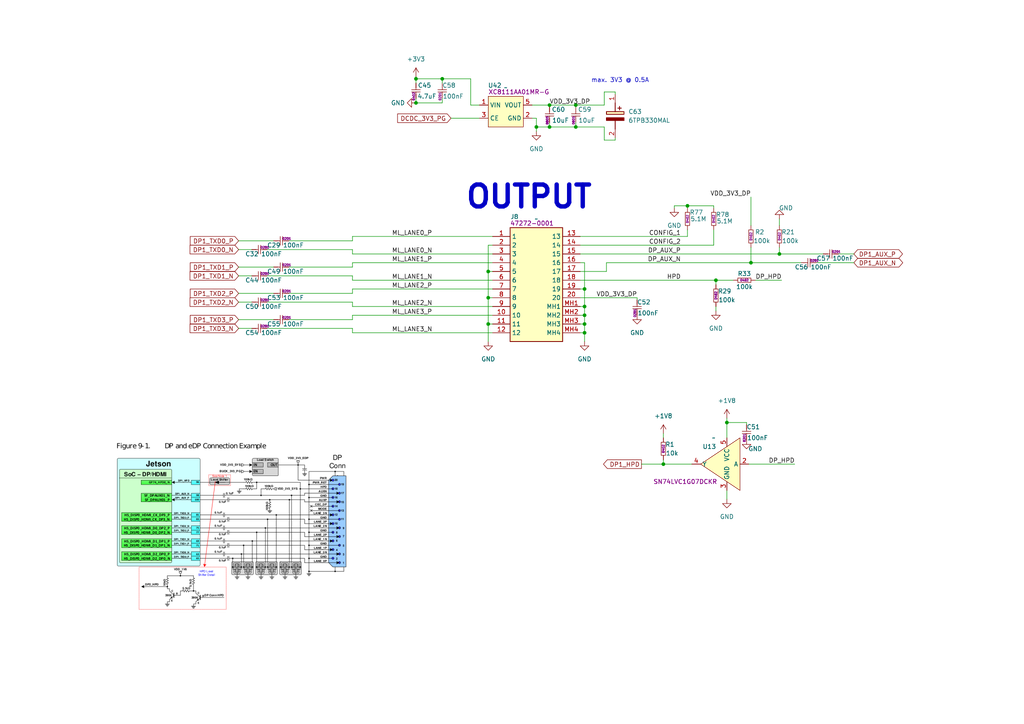
<source format=kicad_sch>
(kicad_sch (version 20230121) (generator eeschema)
  (paper "A4")
  (lib_symbols
    (symbol "SamacSys_Parts:47272-0001"
      (property "Reference" "J" (at 21.59 7.62 0))
      (property "Value" "47272-0001" (at 21.59 5.08 0))
      (symbol "47272-0001_1_1"
        (rectangle (start 5.08 2.54) (end 20.32 -30.48) (stroke (width 0.254)) (fill (type background)))
        (pin passive line (at 0 0 0) (length 5.08) (name "1") (number "1"))
        (pin passive line (at 0 -22.86 0) (length 5.08) (name "10") (number "10"))
        (pin passive line (at 0 -25.4 0) (length 5.08) (name "11") (number "11"))
        (pin passive line (at 0 -27.94 0) (length 5.08) (name "12") (number "12"))
        (pin passive line (at 25.4 0 180) (length 5.08) (name "13") (number "13"))
        (pin passive line (at 25.4 -2.54 180) (length 5.08) (name "14") (number "14"))
        (pin passive line (at 25.4 -5.08 180) (length 5.08) (name "15") (number "15"))
        (pin passive line (at 25.4 -7.62 180) (length 5.08) (name "16") (number "16"))
        (pin passive line (at 25.4 -10.16 180) (length 5.08) (name "17") (number "17"))
        (pin passive line (at 25.4 -12.7 180) (length 5.08) (name "18") (number "18"))
        (pin passive line (at 25.4 -15.24 180) (length 5.08) (name "19") (number "19"))
        (pin passive line (at 0 -2.54 0) (length 5.08) (name "2") (number "2"))
        (pin passive line (at 25.4 -17.78 180) (length 5.08) (name "20") (number "20"))
        (pin passive line (at 0 -5.08 0) (length 5.08) (name "3") (number "3"))
        (pin passive line (at 0 -7.62 0) (length 5.08) (name "4") (number "4"))
        (pin passive line (at 0 -10.16 0) (length 5.08) (name "5") (number "5"))
        (pin passive line (at 0 -12.7 0) (length 5.08) (name "6") (number "6"))
        (pin passive line (at 0 -15.24 0) (length 5.08) (name "7") (number "7"))
        (pin passive line (at 0 -17.78 0) (length 5.08) (name "8") (number "8"))
        (pin passive line (at 0 -20.32 0) (length 5.08) (name "9") (number "9"))
        (pin passive line (at 25.4 -20.32 180) (length 5.08) (name "MH1") (number "MH1"))
        (pin passive line (at 25.4 -22.86 180) (length 5.08) (name "MH2") (number "MH2"))
        (pin passive line (at 25.4 -25.4 180) (length 5.08) (name "MH3") (number "MH3"))
        (pin passive line (at 25.4 -27.94 180) (length 5.08) (name "MH4") (number "MH4"))
      )
    )
    (symbol "power:+1V8" (power) (pin_names (offset 0))
      (property "Value" "+1V8" (at 0 3.556 0))
      (symbol "+1V8_0_1"
        (polyline (pts (xy -0.762 1.27) (xy 0 2.54)))
        (polyline (pts (xy 0 0) (xy 0 2.54)))
        (polyline (pts (xy 0 2.54) (xy 0.762 1.27)))
      )
      (symbol "+1V8_1_1"
        (pin power_in line (at 0 0 90) (length 0) hide (name "+1V8") (number "1"))
      )
    )
    (symbol "power:+3V3" (power) (pin_names (offset 0))
      (property "Value" "+3V3" (at 0 3.556 0))
      (symbol "+3V3_0_1"
        (polyline (pts (xy -0.762 1.27) (xy 0 2.54)))
        (polyline (pts (xy 0 0) (xy 0 2.54)))
        (polyline (pts (xy 0 2.54) (xy 0.762 1.27)))
      )
      (symbol "+3V3_1_1"
        (pin power_in line (at 0 0 90) (length 0) hide (name "+3V3") (number "1"))
      )
    )
    (symbol "power:GND" (power) (pin_names (offset 0))
      (property "Value" "GND" (at 0 -3.81 0))
      (symbol "GND_0_1"
        (polyline (pts (xy 0 0) (xy 0 -1.27) (xy 1.27 -1.27) (xy 0 -2.54) (xy -1.27 -1.27) (xy 0 -1.27)))
      )
      (symbol "GND_1_1"
        (pin power_in line (at 0 0 270) (length 0) hide (name "GND") (number "1"))
      )
    )
    (symbol "the_backrooms:6TPB330MAL" (pin_names hide)
      (property "Reference" "C" (at 8.89 6.35 0))
      (property "Value" "6TPB330MAL" (at 8.89 3.81 0))
      (symbol "6TPB330MAL_1_1"
        (polyline (pts (xy 2.54 0) (xy 5.08 0)) (stroke (width 0.254)))
        (polyline (pts (xy 4.064 1.778) (xy 4.064 0.762)) (stroke (width 0.254)))
        (polyline (pts (xy 4.572 1.27) (xy 3.556 1.27)) (stroke (width 0.254)))
        (polyline (pts (xy 7.62 0) (xy 10.16 0)) (stroke (width 0.254)))
        (polyline (pts (xy 7.62 2.54) (xy 7.62 -2.54) (xy 6.858 -2.54) (xy 6.858 2.54) (xy 7.62 2.54)) (stroke (width 0.254)) (fill (type outline)))
        (rectangle (start 5.08 2.54) (end 5.842 -2.54) (stroke (width 0.254)) (fill (type background)))
        (pin passive line (at 0 0 0) (length 2.54) (name "+") (number "1"))
        (pin passive line (at 12.7 0 180) (length 2.54) (name "-") (number "2"))
      )
    )
    (symbol "the_backrooms:SN74LVC1G07"
      (property "Reference" "U" (at 0 0 0))
      (symbol "SN74LVC1G07_1_1"
        (polyline (pts (xy -3.81 -7.62) (xy 3.81 -2.54) (xy 7.62 0) (xy 7.62 -15.24) (xy -3.81 -7.62)) (fill (type background)))
        (pin input line (at 10.16 -7.62 180) (length 2.54) (name "A") (number "2"))
        (pin power_in line (at 3.81 -15.24 90) (length 2.54) (name "GND") (number "3"))
        (pin output line (at -6.35 -7.62 0) (length 2.54) (name "Y") (number "4"))
        (pin power_in line (at 3.81 0 270) (length 2.54) (name "VCC") (number "5"))
      )
    )
    (symbol "the_backrooms:XC8111"
      (property "Reference" "U" (at 0 0 0))
      (property "Value" "XC8111" (at 0 0 0))
      (symbol "XC8111_1_1"
        (rectangle (start 2.54 0) (end 12.7 -8.89) (fill (type background)))
        (pin power_in line (at 0 -2.54 0) (length 2.54) (name "VIN") (number "1"))
        (pin power_in line (at 15.24 -6.35 180) (length 2.54) (name "GND") (number "2"))
        (pin input line (at 0 -6.35 0) (length 2.54) (name "CE") (number "3"))
        (pin power_out line (at 15.24 -2.54 180) (length 2.54) (name "VOUT") (number "5"))
      )
    )
    (symbol "the_backrooms:cap_0201"
      (property "Reference" "C" (at -0.635 0 0))
      (property "Package/Case" "0201" (at -1.27 1.27 0))
      (symbol "cap_0201_0_1"
        (polyline (pts (xy 1.905 0) (xy 1.905 -1.27)))
        (polyline (pts (xy 2.54 1.27) (xy 2.54 -1.27)))
        (polyline (pts (xy 3.175 0) (xy 2.54 0)))
        (polyline (pts (xy 1.27 0) (xy 1.905 0) (xy 1.905 1.27)))
      )
      (symbol "cap_0201_1_1"
        (pin free line (at 0 0 0) (length 1.27) (name "") (number "1"))
        (pin free line (at 4.445 0 180) (length 1.27) (name "") (number "2"))
      )
    )
    (symbol "the_backrooms:cap_0402"
      (property "Reference" "C" (at -0.635 0 0))
      (property "Package/Case" "0402" (at -1.27 1.27 0))
      (symbol "cap_0402_0_1"
        (polyline (pts (xy 1.905 0) (xy 1.905 -1.27)))
        (polyline (pts (xy 2.54 1.27) (xy 2.54 -1.27)))
        (polyline (pts (xy 3.175 0) (xy 2.54 0)))
        (polyline (pts (xy 1.27 0) (xy 1.905 0) (xy 1.905 1.27)))
      )
      (symbol "cap_0402_1_1"
        (pin free line (at 0 0 0) (length 1.27) (name "") (number "1"))
        (pin free line (at 4.445 0 180) (length 1.27) (name "") (number "2"))
      )
    )
    (symbol "the_backrooms:cap_0805"
      (property "Reference" "C" (at 0 0 0))
      (property "Package/Case" "0805" (at 0 0 0))
      (symbol "cap_0805_0_1"
        (polyline (pts (xy 1.905 0) (xy 1.905 -1.27)))
        (polyline (pts (xy 2.54 1.27) (xy 2.54 -1.27)))
        (polyline (pts (xy 3.175 0) (xy 2.54 0)))
        (polyline (pts (xy 1.27 0) (xy 1.905 0) (xy 1.905 1.27)))
      )
      (symbol "cap_0805_1_1"
        (pin free line (at 0 0 0) (length 1.27) (name "") (number "1"))
        (pin free line (at 4.445 0 180) (length 1.27) (name "") (number "2"))
      )
    )
    (symbol "the_backrooms:res_0402"
      (property "Reference" "R" (at 3.175 -1.905 0))
      (property "Package/Case" "0402" (at -3.175 1.905 0))
      (symbol "res_0402_0_1"
        (rectangle (start 1.27 0.635) (end 5.08 -0.635))
      )
      (symbol "res_0402_1_1"
        (pin free line (at 0 0 0) (length 1.27) (name "") (number "1"))
        (pin free line (at 6.35 0 180) (length 1.27) (name "") (number "2"))
      )
    )
  )
  (junction (at 141.605 86.36))
  (junction (at 207.645 81.28))
  (junction (at 141.605 93.98))
  (junction (at 155.575 36.83))
  (junction (at 120.65 29.845))
  (junction (at 210.82 122.555))
  (junction (at 167.005 36.83))
  (junction (at 192.405 134.62))
  (junction (at 169.545 88.9))
  (junction (at 169.545 93.98))
  (junction (at 159.385 30.48))
  (junction (at 141.605 78.74))
  (junction (at 217.805 76.2))
  (junction (at 199.39 59.69))
  (junction (at 169.545 83.82))
  (junction (at 159.385 36.83))
  (junction (at 120.65 22.86))
  (junction (at 226.06 73.66))
  (junction (at 128.27 22.86))
  (junction (at 167.005 30.48))
  (junction (at 169.545 96.52))
  (junction (at 169.545 91.44))
  (wire (pts (xy 207.01 71.12) (xy 207.01 66.675)))
  (wire (pts (xy 128.27 22.86) (xy 128.27 24.13)))
  (wire (pts (xy 136.525 22.86) (xy 136.525 30.48)))
  (wire (pts (xy 142.875 93.98) (xy 141.605 93.98)))
  (wire (pts (xy 130.81 34.29) (xy 139.065 34.29)))
  (wire (pts (xy 175.895 78.74) (xy 175.895 76.2)))
  (wire (pts (xy 210.82 142.24) (xy 210.82 144.78)))
  (wire (pts (xy 217.805 57.15) (xy 217.805 65.405)))
  (wire (pts (xy 159.385 30.48) (xy 159.385 31.115)))
  (wire (pts (xy 159.385 36.83) (xy 167.005 36.83)))
  (wire (pts (xy 199.39 59.69) (xy 207.01 59.69)))
  (wire (pts (xy 186.055 134.62) (xy 192.405 134.62)))
  (wire (pts (xy 168.275 68.58) (xy 199.39 68.58)))
  (wire (pts (xy 178.435 26.67) (xy 178.435 27.305)))
  (wire (pts (xy 83.82 69.85) (xy 102.235 69.85)))
  (wire (pts (xy 168.275 83.82) (xy 169.545 83.82)))
  (wire (pts (xy 102.235 76.2) (xy 142.875 76.2)))
  (wire (pts (xy 207.645 88.9) (xy 207.645 90.17)))
  (wire (pts (xy 169.545 83.82) (xy 169.545 88.9)))
  (wire (pts (xy 169.545 76.2) (xy 169.545 83.82)))
  (wire (pts (xy 69.215 95.25) (xy 73.025 95.25)))
  (wire (pts (xy 168.275 91.44) (xy 169.545 91.44)))
  (wire (pts (xy 69.215 92.71) (xy 79.375 92.71)))
  (wire (pts (xy 102.235 88.9) (xy 102.235 87.63)))
  (wire (pts (xy 69.215 77.47) (xy 79.375 77.47)))
  (wire (pts (xy 102.235 73.66) (xy 142.875 73.66)))
  (wire (pts (xy 102.235 68.58) (xy 102.235 69.85)))
  (wire (pts (xy 175.895 76.2) (xy 217.805 76.2)))
  (wire (pts (xy 192.405 133.35) (xy 192.405 134.62)))
  (wire (pts (xy 168.275 76.2) (xy 169.545 76.2)))
  (wire (pts (xy 83.82 92.71) (xy 102.235 92.71)))
  (wire (pts (xy 102.235 91.44) (xy 102.235 92.71)))
  (wire (pts (xy 210.82 122.555) (xy 216.535 122.555)))
  (wire (pts (xy 210.82 122.555) (xy 210.82 127)))
  (wire (pts (xy 168.275 86.36) (xy 184.785 86.36)))
  (wire (pts (xy 175.26 40.64) (xy 178.435 40.64)))
  (wire (pts (xy 102.235 81.28) (xy 142.875 81.28)))
  (wire (pts (xy 102.235 68.58) (xy 142.875 68.58)))
  (wire (pts (xy 167.005 30.48) (xy 167.005 31.115)))
  (wire (pts (xy 77.47 72.39) (xy 102.235 72.39)))
  (wire (pts (xy 69.215 80.01) (xy 73.025 80.01)))
  (wire (pts (xy 168.275 81.28) (xy 207.645 81.28)))
  (wire (pts (xy 168.275 71.12) (xy 207.01 71.12)))
  (wire (pts (xy 192.405 134.62) (xy 200.66 134.62)))
  (wire (pts (xy 175.26 36.83) (xy 175.26 40.64)))
  (wire (pts (xy 168.275 93.98) (xy 169.545 93.98)))
  (wire (pts (xy 168.275 78.74) (xy 175.895 78.74)))
  (wire (pts (xy 199.39 66.675) (xy 199.39 68.58)))
  (wire (pts (xy 77.47 87.63) (xy 102.235 87.63)))
  (wire (pts (xy 120.65 22.86) (xy 128.27 22.86)))
  (wire (pts (xy 167.005 30.48) (xy 175.26 30.48)))
  (wire (pts (xy 102.235 73.66) (xy 102.235 72.39)))
  (wire (pts (xy 69.215 85.09) (xy 79.375 85.09)))
  (wire (pts (xy 169.545 93.98) (xy 169.545 96.52)))
  (wire (pts (xy 69.215 69.85) (xy 79.375 69.85)))
  (wire (pts (xy 217.805 76.2) (xy 232.41 76.2)))
  (wire (pts (xy 168.275 88.9) (xy 169.545 88.9)))
  (wire (pts (xy 207.01 59.69) (xy 207.01 60.325)))
  (wire (pts (xy 128.27 22.86) (xy 136.525 22.86)))
  (wire (pts (xy 210.82 121.285) (xy 210.82 122.555)))
  (wire (pts (xy 120.65 22.225) (xy 120.65 22.86)))
  (wire (pts (xy 120.65 22.86) (xy 120.65 24.13)))
  (wire (pts (xy 128.27 29.845) (xy 128.27 28.575)))
  (wire (pts (xy 120.65 28.575) (xy 120.65 29.845)))
  (wire (pts (xy 217.805 71.755) (xy 217.805 76.2)))
  (wire (pts (xy 159.385 35.56) (xy 159.385 36.83)))
  (wire (pts (xy 102.235 83.82) (xy 102.235 85.09)))
  (wire (pts (xy 195.58 60.325) (xy 195.58 59.69)))
  (wire (pts (xy 159.385 30.48) (xy 167.005 30.48)))
  (wire (pts (xy 102.235 81.28) (xy 102.235 80.01)))
  (wire (pts (xy 102.235 76.2) (xy 102.235 77.47)))
  (wire (pts (xy 199.39 59.69) (xy 199.39 60.325)))
  (wire (pts (xy 226.06 63.5) (xy 226.06 65.405)))
  (wire (pts (xy 141.605 78.74) (xy 142.875 78.74)))
  (wire (pts (xy 175.26 30.48) (xy 175.26 26.67)))
  (wire (pts (xy 226.06 71.755) (xy 226.06 73.66)))
  (wire (pts (xy 136.525 30.48) (xy 139.065 30.48)))
  (wire (pts (xy 207.645 81.28) (xy 212.725 81.28)))
  (wire (pts (xy 217.17 134.62) (xy 230.505 134.62)))
  (wire (pts (xy 168.275 96.52) (xy 169.545 96.52)))
  (wire (pts (xy 77.47 80.01) (xy 102.235 80.01)))
  (wire (pts (xy 169.545 91.44) (xy 169.545 93.98)))
  (wire (pts (xy 167.005 35.56) (xy 167.005 36.83)))
  (wire (pts (xy 178.435 40.64) (xy 178.435 40.005)))
  (wire (pts (xy 175.26 26.67) (xy 178.435 26.67)))
  (wire (pts (xy 102.235 83.82) (xy 142.875 83.82)))
  (wire (pts (xy 154.305 30.48) (xy 159.385 30.48)))
  (wire (pts (xy 168.275 73.66) (xy 226.06 73.66)))
  (wire (pts (xy 192.405 125.73) (xy 192.405 127)))
  (wire (pts (xy 142.875 71.12) (xy 141.605 71.12)))
  (wire (pts (xy 102.235 96.52) (xy 102.235 95.25)))
  (wire (pts (xy 155.575 34.29) (xy 155.575 36.83)))
  (wire (pts (xy 69.215 87.63) (xy 73.025 87.63)))
  (wire (pts (xy 219.075 81.28) (xy 226.695 81.28)))
  (wire (pts (xy 141.605 71.12) (xy 141.605 78.74)))
  (wire (pts (xy 120.65 29.845) (xy 128.27 29.845)))
  (wire (pts (xy 216.535 122.555) (xy 216.535 123.19)))
  (wire (pts (xy 141.605 93.98) (xy 141.605 99.06)))
  (wire (pts (xy 243.205 73.66) (xy 247.65 73.66)))
  (wire (pts (xy 195.58 59.69) (xy 199.39 59.69)))
  (wire (pts (xy 141.605 78.74) (xy 141.605 86.36)))
  (wire (pts (xy 83.82 77.47) (xy 102.235 77.47)))
  (wire (pts (xy 154.305 34.29) (xy 155.575 34.29)))
  (wire (pts (xy 141.605 86.36) (xy 142.875 86.36)))
  (wire (pts (xy 77.47 95.25) (xy 102.235 95.25)))
  (wire (pts (xy 169.545 96.52) (xy 169.545 99.06)))
  (wire (pts (xy 236.855 76.2) (xy 247.65 76.2)))
  (wire (pts (xy 167.005 36.83) (xy 175.26 36.83)))
  (wire (pts (xy 155.575 36.83) (xy 159.385 36.83)))
  (wire (pts (xy 102.235 96.52) (xy 142.875 96.52)))
  (wire (pts (xy 207.645 81.28) (xy 207.645 82.55)))
  (wire (pts (xy 141.605 93.98) (xy 141.605 86.36)))
  (wire (pts (xy 155.575 36.83) (xy 155.575 38.1)))
  (wire (pts (xy 169.545 88.9) (xy 169.545 91.44)))
  (wire (pts (xy 226.06 73.66) (xy 238.76 73.66)))
  (wire (pts (xy 83.82 85.09) (xy 102.235 85.09)))
  (wire (pts (xy 102.235 88.9) (xy 142.875 88.9)))
  (wire (pts (xy 102.235 91.44) (xy 142.875 91.44)))
  (wire (pts (xy 184.785 86.36) (xy 184.785 86.995)))
  (wire (pts (xy 69.215 72.39) (xy 73.025 72.39)))
  (image (at 67.31 152.4))
  (text "max. 3V3 @ 0.5A" (at 171.45 24.13 0) (effects (font (size 1.27 1.27)) (justify left bottom)))
  (text "OUTPUT" (at 134.62 60.96 0) (effects (font (size 6.35 6.35) (thickness 1.27) bold) (justify left bottom)))
  (label "HPD" (at 197.485 81.28 180))
  (label "DP_HPD" (at 230.505 134.62 180))
  (label "ML_LANE2_P" (at 113.665 83.82 0))
  (label "DP_HPD" (at 226.695 81.28 180))
  (label "VDD_3V3_DP" (at 184.785 86.36 180))
  (label "ML_LANE3_P" (at 113.665 91.44 0))
  (label "ML_LANE1_P" (at 113.665 76.2 0))
  (label "ML_LANE1_N" (at 113.665 81.28 0))
  (label "DP_AUX_P" (at 197.485 73.66 180))
  (label "DP_AUX_N" (at 197.485 76.2 180))
  (label "ML_LANE3_N" (at 113.665 96.52 0))
  (label "CONFIG_1" (at 197.485 68.58 180))
  (label "VDD_3V3_DP" (at 159.385 30.48 0))
  (label "VDD_3V3_DP" (at 217.805 57.15 180))
  (label "ML_LANE2_N" (at 113.665 88.9 0))
  (label "CONFIG_2" (at 197.485 71.12 180))
  (label "ML_LANE0_P" (at 113.665 68.58 0))
  (label "ML_LANE0_N" (at 113.665 73.66 0))
  (global_label "DP1_HPD" (shape output) (at 186.055 134.62 180) (property "Intersheetrefs" "${INTERSHEET_REFS}" (at 174.4822 134.62 0) (effects (justify right))))
  (global_label "DP1_TXD2_N" (shape input) (at 69.215 87.63 180) (property "Intersheetrefs" "${INTERSHEET_REFS}" (at 54.558 87.63 0) (effects (justify right))))
  (global_label "DP1_TXD1_N" (shape input) (at 69.215 80.01 180) (property "Intersheetrefs" "${INTERSHEET_REFS}" (at 54.558 80.01 0) (effects (justify right))))
  (global_label "DP1_TXD3_N" (shape input) (at 69.215 95.25 180) (property "Intersheetrefs" "${INTERSHEET_REFS}" (at 54.558 95.25 0) (effects (justify right))))
  (global_label "DP1_TXD0_N" (shape input) (at 69.215 72.39 180) (property "Intersheetrefs" "${INTERSHEET_REFS}" (at 54.558 72.39 0) (effects (justify right))))
  (global_label "DP1_TXD1_P" (shape input) (at 69.215 77.47 180) (property "Intersheetrefs" "${INTERSHEET_REFS}" (at 54.6185 77.47 0) (effects (justify right))))
  (global_label "DP1_AUX_P" (shape bidirectional) (at 247.65 73.66 0) (property "Intersheetrefs" "${INTERSHEET_REFS}" (at 262.3298 73.66 0) (effects (justify left))))
  (global_label "DCDC_3V3_PG" (shape input) (at 130.81 34.29 180) (property "Intersheetrefs" "${INTERSHEET_REFS}" (at 114.762 34.29 0) (effects (justify right))))
  (global_label "DP1_AUX_N" (shape bidirectional) (at 247.65 76.2 0) (property "Intersheetrefs" "${INTERSHEET_REFS}" (at 262.3903 76.2 0) (effects (justify left))))
  (global_label "DP1_TXD3_P" (shape input) (at 69.215 92.71 180) (property "Intersheetrefs" "${INTERSHEET_REFS}" (at 54.6185 92.71 0) (effects (justify right))))
  (global_label "DP1_TXD2_P" (shape input) (at 69.215 85.09 180) (property "Intersheetrefs" "${INTERSHEET_REFS}" (at 54.6185 85.09 0) (effects (justify right))))
  (global_label "DP1_TXD0_P" (shape input) (at 69.215 69.85 180) (property "Intersheetrefs" "${INTERSHEET_REFS}" (at 54.6185 69.85 0) (effects (justify right))))
  (symbol (lib_id "the_backrooms:cap_0201") (at 243.205 73.66 180) (unit 1)
    (property "Reference" "C57" (at 236.855 74.93 0) (effects (justify right)))
    (property "Value" "100nF" (at 244.475 74.93 0))
    (property "Footprint" "the_backrooms:cap_0201" (effects hide))
    (property "Package/Case" "0201" (at 241.3 73.025 0) (effects (font (size 0.635 0.635)) (justify right)))
    (property "Mfr. No." "GRM033R61E104KE14J" (effects hide))
  )
  (symbol (lib_id "the_backrooms:cap_0201") (at 184.785 91.44 90) (unit 1)
    (property "Reference" "C52" (at 184.785 87.63 90) (effects (justify right)))
    (property "Value" "100nF" (at 187.96 90.805 90))
    (property "Footprint" "the_backrooms:cap_0201" (effects hide))
    (property "Package/Case" "0201" (at 184.15 89.535 0) (effects (font (size 0.635 0.635)) (justify right)))
    (property "Mfr. No." "GRM033R61E104KE14J" (effects hide))
  )
  (symbol (lib_id "the_backrooms:cap_0805") (at 159.385 35.56 90) (unit 1)
    (property "Reference" "C60" (at 160.02 31.75 90) (effects (justify right)))
    (property "Value" "10uF" (at 162.56 34.925 90))
    (property "Footprint" "the_backrooms:0805" (effects hide))
    (property "Package/Case" "0805" (at 158.75 33.655 0) (effects (font (size 0.635 0.635)) (justify right)))
    (property "Mfr. No." "GRM21BR71A106KA73K" (effects hide))
  )
  (symbol (lib_id "power:+1V8") (at 192.405 125.73 0) (unit 1)
    (property "Reference" "#PWR0181" (effects hide))
    (property "Value" "+1V8" (at 192.405 120.65 0))
  )
  (symbol (lib_id "the_backrooms:cap_0201") (at 128.27 28.575 90) (unit 1)
    (property "Reference" "C58" (at 128.27 24.765 90) (effects (justify right)))
    (property "Value" "100nF" (at 131.445 27.94 90))
    (property "Footprint" "the_backrooms:cap_0201" (effects hide))
    (property "Package/Case" "0201" (at 127.635 26.67 0) (effects (font (size 0.635 0.635)) (justify right)))
    (property "Mfr. No." "GRM033R61E104KE14J" (effects hide))
  )
  (symbol (lib_id "the_backrooms:cap_0201") (at 236.855 76.2 180) (unit 1)
    (property "Reference" "C56" (at 230.505 77.47 0) (effects (justify right)))
    (property "Value" "100nF" (at 238.125 77.47 0))
    (property "Footprint" "the_backrooms:cap_0201" (effects hide))
    (property "Package/Case" "0201" (at 234.95 75.565 0) (effects (font (size 0.635 0.635)) (justify right)))
    (property "Mfr. No." "GRM033R61E104KE14J" (effects hide))
  )
  (symbol (lib_id "the_backrooms:6TPB330MAL") (at 178.435 27.305 270) (unit 1)
    (property "Reference" "C63" (at 182.245 32.385 90) (effects (justify left)))
    (property "Value" "6TPB330MAL" (at 182.245 34.925 90) (effects (justify left)))
    (property "Footprint" "the_backrooms:POSCAP_D12_D15_D15E_D2E_D2_D3L_D4" (effects hide))
    (property "Datasheet" "http://industrial.panasonic.com/cdbs/www-data/pdf/AAA8000/AAA8000C65.pdf" (effects hide))
    (property "Manufacturer_Name" "Panasonic" (effects hide))
    (property "Manufacturer_Part_Number" "6TPB330MAL" (effects hide))
    (property "Mouser Part Number" "667-6TPB330MAL" (effects hide))
    (property "Mouser Price/Stock" "https://www.mouser.co.uk/ProductDetail/Panasonic/6TPB330MAL/?qs=OE1iw1LrrPGn1h2W%2FWpqWw%3D%3D" (effects hide))
    (property "Arrow Part Number" "6TPB330MAL" (effects hide))
    (property "Arrow Price/Stock" "https://www.arrow.com/en/products/6tpb330mal/panasonic" (effects hide))
  )
  (symbol (lib_id "the_backrooms:cap_0805") (at 167.005 35.56 90) (unit 1)
    (property "Reference" "C59" (at 167.64 31.75 90) (effects (justify right)))
    (property "Value" "10uF" (at 170.18 34.925 90))
    (property "Footprint" "the_backrooms:0805" (effects hide))
    (property "Package/Case" "0805" (at 166.37 33.655 0) (effects (font (size 0.635 0.635)) (justify right)))
    (property "Mfr. No." "GRM21BR71A106KA73K" (effects hide))
  )
  (symbol (lib_id "the_backrooms:cap_0402") (at 120.65 28.575 270) (mirror x) (unit 1)
    (property "Reference" "C45" (at 125.095 24.765 90) (effects (justify right)))
    (property "Value" "4.7uF" (at 123.825 27.94 90))
    (property "Footprint" "the_backrooms:0402_cap" (effects hide))
    (property "Package/Case" "0402" (at 120.015 26.67 0) (effects (font (size 0.635 0.635)) (justify right)))
    (property "Mfr. No." "CL05A475KQ5NRNC" (effects hide))
    (property "Voltage" "6.3V" (effects hide))
  )
  (symbol (lib_id "the_backrooms:SN74LVC1G07") (at 207.01 127 0) (unit 1)
    (property "Reference" "U13" (at 205.74 129.54 0))
    (property "Value" "~" (at 207.01 127 0))
    (property "Footprint" "the_backrooms:SN74LVC1G07" (effects hide))
    (property "Datasheet" "https://www.ti.com/lit/ds/symlink/sn74lvc1g07.pdf?HQS=dis-mous-null-mousermode-dsf-pf-null-wwe&ts=1689568647483&ref_url=https%253A%252F%252Fwww.mouser.com%252F" (effects hide))
    (property "Mfr. No." "SN74LVC1G07DCKR" (at 198.755 139.7 0))
    (property "Package/Case" " SC70-5" (effects hide))
    (property "Description" "Buffers & Line Drivers Single w/ OD" (effects hide))
  )
  (symbol (lib_id "power:GND") (at 207.645 90.17 0) (mirror y) (unit 1)
    (property "Reference" "#PWR0182" (effects hide))
    (property "Value" "GND" (at 207.645 95.25 0))
  )
  (symbol (lib_id "power:GND") (at 141.605 99.06 0) (unit 1)
    (property "Reference" "#PWR0111" (effects hide))
    (property "Value" "GND" (at 141.605 104.14 0))
  )
  (symbol (lib_id "power:GND") (at 210.82 144.78 0) (unit 1)
    (property "Reference" "#PWR0115" (effects hide))
    (property "Value" "GND" (at 210.82 149.86 0))
  )
  (symbol (lib_id "SamacSys_Parts:47272-0001") (at 142.875 68.58 0) (unit 1)
    (property "Reference" "J8" (at 149.225 62.865 0))
    (property "Value" "~" (at 155.575 63.5 0))
    (property "Footprint" "SamacSys_Parts:472720001" (effects hide))
    (property "Datasheet" "https://www.molex.com/pdm_docs/sd/472720001_sd.pdf" (effects hide))
    (property "Height" "6.9" (effects hide))
    (property "Mouser Part Number" "538-47272-0001" (effects hide))
    (property "Mouser Price/Stock" "https://www.mouser.co.uk/ProductDetail/Molex/47272-0001?qs=b977CAGEd7a5ciOtTcY2iQ%3D%3D" (effects hide))
    (property "Manufacturer_Name" "Molex" (effects hide))
    (property "Manufacturer_Part_Number" "47272-0001" (effects hide))
    (property "Mfr. No." "47272-0001" (at 154.305 64.77 0))
    (property "Description" "HDMI, Displayport & DVI Connectors .5MM RA SMT RCPT" (effects hide))
  )
  (symbol (lib_id "the_backrooms:cap_0201") (at 77.47 72.39 180) (unit 1)
    (property "Reference" "C32" (at 71.12 73.66 0) (effects (justify right)))
    (property "Value" "100nF" (at 78.74 73.66 0))
    (property "Footprint" "the_backrooms:cap_0201" (effects hide))
    (property "Package/Case" "0201" (at 75.565 71.755 0) (effects (font (size 0.635 0.635)) (justify right)))
    (property "Mfr. No." "GRM033R61E104KE14J" (effects hide))
  )
  (symbol (lib_id "power:+1V8") (at 210.82 121.285 0) (unit 1)
    (property "Reference" "#PWR0119" (effects hide))
    (property "Value" "+1V8" (at 210.82 116.205 0))
  )
  (symbol (lib_id "the_backrooms:res_0402") (at 199.39 66.675 90) (unit 1)
    (property "Reference" "R77" (at 200.025 61.595 90) (effects (justify right)))
    (property "Value" "5.1M" (at 202.565 63.5 90))
    (property "Footprint" "the_backrooms:0402_res" (effects hide))
    (property "Package/Case" "0402" (at 199.39 62.23 0) (effects (font (size 0.635 0.635)) (justify right)))
    (property "Mfr. No." "CRCW04025M10FKED" (effects hide))
    (property "Description" "5.1M 0402 62.5mW 1%" (effects hide))
  )
  (symbol (lib_id "power:GND") (at 169.545 99.06 0) (unit 1)
    (property "Reference" "#PWR0112" (effects hide))
    (property "Value" "GND" (at 169.545 104.14 0))
  )
  (symbol (lib_id "power:GND") (at 120.65 29.845 270) (unit 1)
    (property "Reference" "#PWR0125" (effects hide))
    (property "Value" "GND" (at 117.475 29.845 90) (effects (justify right)))
  )
  (symbol (lib_id "the_backrooms:res_0402") (at 207.01 66.675 90) (unit 1)
    (property "Reference" "R78" (at 207.645 62.23 90) (effects (justify right)))
    (property "Value" "5.1M" (at 210.185 64.135 90))
    (property "Footprint" "the_backrooms:0402_res" (effects hide))
    (property "Package/Case" "0402" (at 207.01 62.23 0) (effects (font (size 0.635 0.635)) (justify right)))
    (property "Mfr. No." "CRCW04025M10FKED" (effects hide))
    (property "Description" "5.1M 0402 62.5mW 1%" (effects hide))
  )
  (symbol (lib_id "the_backrooms:res_0402") (at 192.405 133.35 90) (unit 1)
    (property "Reference" "R1" (at 194.31 128.905 90))
    (property "Value" "10k" (at 194.945 131.445 90))
    (property "Footprint" "the_backrooms:0402_res" (effects hide))
    (property "Package/Case" "0402" (at 192.405 130.175 0) (effects (font (size 0.635 0.635))))
    (property "Mfr. No." "MCS04020C1002FE000" (effects hide))
  )
  (symbol (lib_id "the_backrooms:cap_0201") (at 77.47 95.25 180) (unit 1)
    (property "Reference" "C54" (at 71.12 96.52 0) (effects (justify right)))
    (property "Value" "100nF" (at 78.74 96.52 0))
    (property "Footprint" "the_backrooms:cap_0201" (effects hide))
    (property "Package/Case" "0201" (at 75.565 94.615 0) (effects (font (size 0.635 0.635)) (justify right)))
    (property "Mfr. No." "GRM033R61E104KE14J" (effects hide))
  )
  (symbol (lib_id "power:GND") (at 226.06 63.5 180) (unit 1)
    (property "Reference" "#PWR014" (effects hide))
    (property "Value" "GND" (at 227.965 60.325 0))
  )
  (symbol (lib_id "the_backrooms:res_0402") (at 212.725 81.28 0) (unit 1)
    (property "Reference" "R33" (at 215.9 79.375 0))
    (property "Value" "100k" (at 215.9 83.185 0))
    (property "Footprint" "the_backrooms:0402_res" (effects hide))
    (property "Package/Case" "0402" (at 215.9 81.28 0) (effects (font (size 0.635 0.635))))
    (property "Mfr. No." "CR0402-JW-104GLF" (effects hide))
    (property "Description" "Thick Film Resistors - SMD 100K OHM 5%" (effects hide))
  )
  (symbol (lib_id "power:GND") (at 184.785 91.44 0) (unit 1)
    (property "Reference" "#PWR0121" (effects hide))
    (property "Value" "GND" (at 184.785 96.52 0))
  )
  (symbol (lib_id "the_backrooms:res_0402") (at 217.805 71.755 90) (unit 1)
    (property "Reference" "R2" (at 220.345 67.31 90))
    (property "Value" "100k" (at 220.98 69.85 90))
    (property "Footprint" "the_backrooms:0402_res" (effects hide))
    (property "Package/Case" "0402" (at 217.805 68.58 0) (effects (font (size 0.635 0.635))))
    (property "Mfr. No." "CR0402-JW-104GLF" (effects hide))
    (property "Description" "Thick Film Resistors - SMD 100K OHM 5%" (effects hide))
  )
  (symbol (lib_id "the_backrooms:cap_0201") (at 83.82 69.85 180) (unit 1)
    (property "Reference" "C29" (at 77.47 71.12 0) (effects (justify right)))
    (property "Value" "100nF" (at 85.09 71.12 0))
    (property "Footprint" "the_backrooms:cap_0201" (effects hide))
    (property "Package/Case" "0201" (at 81.915 69.215 0) (effects (font (size 0.635 0.635)) (justify right)))
    (property "Mfr. No." "GRM033R61E104KE14J" (effects hide))
  )
  (symbol (lib_id "the_backrooms:cap_0201") (at 83.82 92.71 180) (unit 1)
    (property "Reference" "C55" (at 77.47 93.98 0) (effects (justify right)))
    (property "Value" "100nF" (at 85.09 93.98 0))
    (property "Footprint" "the_backrooms:cap_0201" (effects hide))
    (property "Package/Case" "0201" (at 81.915 92.075 0) (effects (font (size 0.635 0.635)) (justify right)))
    (property "Mfr. No." "GRM033R61E104KE14J" (effects hide))
  )
  (symbol (lib_id "the_backrooms:res_0402") (at 207.645 88.9 90) (unit 1)
    (property "Reference" "R29" (at 210.185 84.455 90))
    (property "Value" "100k" (at 210.82 86.995 90))
    (property "Footprint" "the_backrooms:0402_res" (effects hide))
    (property "Package/Case" "0402" (at 207.645 85.725 0) (effects (font (size 0.635 0.635))))
    (property "Mfr. No." "CR0402-JW-104GLF" (effects hide))
    (property "Description" "Thick Film Resistors - SMD 100K OHM 5%" (effects hide))
  )
  (symbol (lib_id "the_backrooms:cap_0201") (at 77.47 87.63 180) (unit 1)
    (property "Reference" "C50" (at 71.12 88.9 0) (effects (justify right)))
    (property "Value" "100nF" (at 78.74 88.9 0))
    (property "Footprint" "the_backrooms:cap_0201" (effects hide))
    (property "Package/Case" "0201" (at 75.565 86.995 0) (effects (font (size 0.635 0.635)) (justify right)))
    (property "Mfr. No." "GRM033R61E104KE14J" (effects hide))
  )
  (symbol (lib_id "power:+3V3") (at 120.65 22.225 0) (unit 1)
    (property "Reference" "#PWR0122" (effects hide))
    (property "Value" "+3V3" (at 120.65 17.145 0))
  )
  (symbol (lib_id "power:GND") (at 195.58 60.325 0) (unit 1)
    (property "Reference" "#PWR0113" (effects hide))
    (property "Value" "GND" (at 195.58 65.405 0))
  )
  (symbol (lib_id "the_backrooms:cap_0201") (at 83.82 77.47 180) (unit 1)
    (property "Reference" "C49" (at 77.47 78.74 0) (effects (justify right)))
    (property "Value" "100nF" (at 85.09 78.74 0))
    (property "Footprint" "the_backrooms:cap_0201" (effects hide))
    (property "Package/Case" "0201" (at 81.915 76.835 0) (effects (font (size 0.635 0.635)) (justify right)))
    (property "Mfr. No." "GRM033R61E104KE14J" (effects hide))
  )
  (symbol (lib_id "the_backrooms:cap_0201") (at 216.535 127.635 90) (unit 1)
    (property "Reference" "C51" (at 216.535 123.825 90) (effects (justify right)))
    (property "Value" "100nF" (at 219.71 127 90))
    (property "Footprint" "the_backrooms:cap_0201" (effects hide))
    (property "Package/Case" "0201" (at 215.9 125.73 0) (effects (font (size 0.635 0.635)) (justify right)))
    (property "Mfr. No." "GRM033R61E104KE14J" (effects hide))
  )
  (symbol (lib_id "the_backrooms:cap_0201") (at 83.82 85.09 180) (unit 1)
    (property "Reference" "C53" (at 77.47 86.36 0) (effects (justify right)))
    (property "Value" "100nF" (at 85.09 86.36 0))
    (property "Footprint" "the_backrooms:cap_0201" (effects hide))
    (property "Package/Case" "0201" (at 81.915 84.455 0) (effects (font (size 0.635 0.635)) (justify right)))
    (property "Mfr. No." "GRM033R61E104KE14J" (effects hide))
  )
  (symbol (lib_id "the_backrooms:XC8111") (at 139.065 27.94 0) (unit 1)
    (property "Reference" "U42" (at 143.51 24.765 0))
    (property "Value" "~" (at 146.685 25.4 0))
    (property "Footprint" "the_backrooms:XC8111" (effects hide))
    (property "Datasheet" "https://www.mouser.com/catalog/specsheets/Torex%20Semiconductor_XC8110_XC8111%20Series%20Datasheet.pdf" (effects hide))
    (property "Mfr. No." "XC8111AA01MR-G" (at 150.495 26.67 0))
    (property "Package/Case" "SOT-25" (effects hide))
    (property "Description" "Power Switch ICs - Power Distribution Load Switch IC with ideal diode function" (effects hide))
  )
  (symbol (lib_id "the_backrooms:cap_0201") (at 77.47 80.01 180) (unit 1)
    (property "Reference" "C44" (at 71.12 81.28 0) (effects (justify right)))
    (property "Value" "100nF" (at 78.74 81.28 0))
    (property "Footprint" "the_backrooms:cap_0201" (effects hide))
    (property "Package/Case" "0201" (at 75.565 79.375 0) (effects (font (size 0.635 0.635)) (justify right)))
    (property "Mfr. No." "GRM033R61E104KE14J" (effects hide))
  )
  (symbol (lib_id "the_backrooms:res_0402") (at 226.06 71.755 90) (unit 1)
    (property "Reference" "R21" (at 228.6 67.31 90))
    (property "Value" "100k" (at 229.235 69.85 90))
    (property "Footprint" "the_backrooms:0402_res" (effects hide))
    (property "Package/Case" "0402" (at 226.06 68.58 0) (effects (font (size 0.635 0.635))))
    (property "Mfr. No." "CR0402-JW-104GLF" (effects hide))
    (property "Description" "Thick Film Resistors - SMD 100K OHM 5%" (effects hide))
  )
  (symbol (lib_id "power:GND") (at 155.575 38.1 0) (unit 1)
    (property "Reference" "#PWR0120" (effects hide))
    (property "Value" "GND" (at 155.575 43.18 0))
  )
  (symbol (lib_id "power:GND") (at 216.535 127.635 0) (unit 1)
    (property "Reference" "#PWR0118" (effects hide))
    (property "Value" "GND" (at 219.075 130.175 0))
  )
)
</source>
